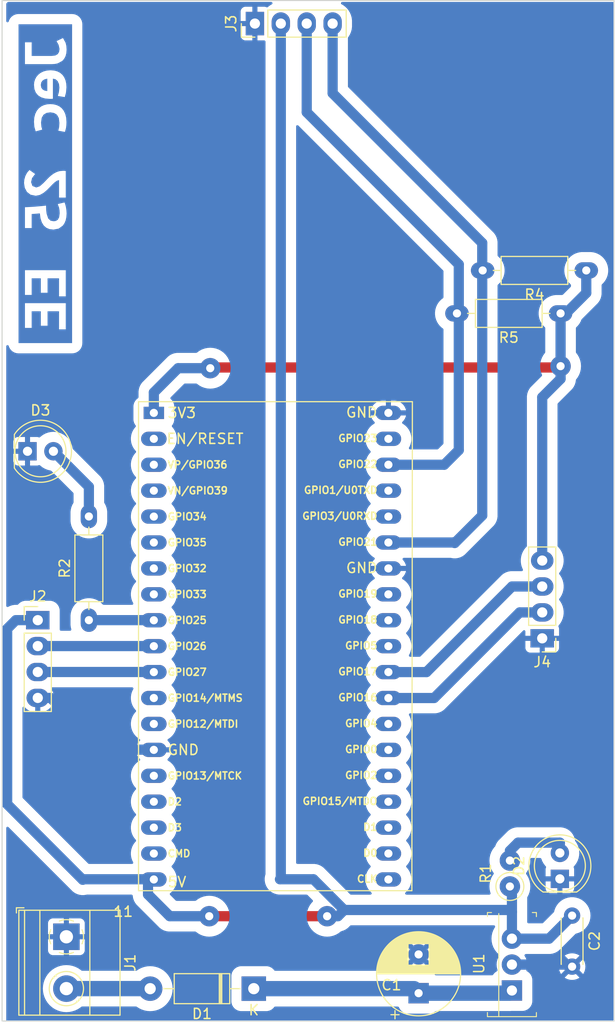
<source format=kicad_pcb>
(kicad_pcb (version 20240108) (generator "pcbnew") (generator_version "8.0")
  (layers (0 "F.Cu" signal) (31 "B.Cu" signal) (34 "B.Paste" user) (35 "F.Paste" user) (36 "B.SilkS" user "B.Silkscreen") (37 "F.SilkS" user "F.Silkscreen") (38 "B.Mask" user) (39 "F.Mask" user) (44 "Edge.Cuts" user))
  (net 0 "")
  (net 2 "GND")
  (net 3 "+3V3")
  (net 4 "+5V")
  (net 5 "SCL")
  (net 6 "RLY2")
  (net 7 "CLED")
  (net 8 "+12V")
  (net 9 "RLY1")
  (net 33 "SDA")
  (net 35 "Net-(D1-A)")
  (net 36 "Net-(D2-A)")
  (net 37 "Net-(D3-A)")
  (net 39 "RX2")
  (net 40 "TX2")
  (footprint "Resistor_THT:R_Axial_DIN0207_L6.3mm_D2.5mm_P10.16mm_Horizontal" (layer "F.Cu") (at 79.43 76.45 180)
    (property "Reference" "R5" (at 5.08 -2.37 180) (layer "F.SilkS"))
    (property "Value" "10k")
    (fp_line (start 9.12 0) (end 8.35 0) (stroke (width 0.12)) (layer "F.SilkS"))
    (fp_line (start 8.35 1.37) (end 8.35 -1.37) (stroke (width 0.12)) (layer "F.SilkS"))
    (fp_line (start 8.35 -1.37) (end 1.81 -1.37) (stroke (width 0.12)) (layer "F.SilkS"))
    (fp_line (start 1.81 1.37) (end 8.35 1.37) (stroke (width 0.12)) (layer "F.SilkS"))
    (fp_line (start 1.81 -1.37) (end 1.81 1.37) (stroke (width 0.12)) (layer "F.SilkS"))
    (fp_line (start 1.04 0) (end 1.81 0) (stroke (width 0.12)) (layer "F.SilkS"))
    (pad "1" thru_hole oval (at 0 0 180) (size 2.3 1.6) (drill 0.8) (layers "*.Cu" "*.Mask") (net 3 "+3V3"))
    (pad "2" thru_hole oval (at 10.16 0 180) (size 2.3 1.6) (drill 0.8) (layers "*.Cu" "*.Mask") (net 5 "SCL"))
  )
  (footprint "Resistor_THT:R_Axial_DIN0207_L6.3mm_D2.5mm_P2.54mm_Vertical" (layer "F.Cu") (at 74.459999 132.604999 90)
    (property "Reference" "R1" (at 1.270001 -2.37 90) (layer "F.SilkS"))
    (property "Value" "1k")
    (fp_line (start 1.37 0) (end 1.44 0) (stroke (width 0.12)) (layer "F.SilkS"))
    (fp_circle (center 0 0) (end 1.37 0) (stroke (width 0.12)) (fill none) (layer "F.SilkS"))
    (pad "1" thru_hole circle (at 0 0 90) (size 2 2) (drill 0.8) (layers "*.Cu" "*.Mask") (net 4 "+5V"))
    (pad "2" thru_hole oval (at 2.54 0 90) (size 2 2) (drill 0.8) (layers "*.Cu" "*.Mask") (net 36 "Net-(D2-A)"))
  )
  (footprint "Capacitor_THT:C_Disc_D4.3mm_W1.9mm_P5.00mm" (layer "F.Cu") (at 80.56 135.46 -90)
    (property "Reference" "C2" (at 2.5 -2.2 90) (layer "F.SilkS"))
    (property "Value" "100n")
    (fp_line (start 0.23 1.07) (end 4.77 1.07) (stroke (width 0.12)) (layer "F.SilkS"))
    (fp_line (start 0.23 1.055) (end 0.23 1.07) (stroke (width 0.12)) (layer "F.SilkS"))
    (fp_line (start 4.77 1.055) (end 4.77 1.07) (stroke (width 0.12)) (layer "F.SilkS"))
    (fp_line (start 0.23 -1.07) (end 0.23 -1.055) (stroke (width 0.12)) (layer "F.SilkS"))
    (fp_line (start 0.23 -1.07) (end 4.77 -1.07) (stroke (width 0.12)) (layer "F.SilkS"))
    (fp_line (start 4.77 -1.07) (end 4.77 -1.055) (stroke (width 0.12)) (layer "F.SilkS"))
    (pad "1" thru_hole circle (at 0 0 270) (size 1.6 1.6) (drill 0.8) (layers "*.Cu" "*.Mask") (net 4 "+5V"))
    (pad "2" thru_hole circle (at 5 0 270) (size 1.6 1.6) (drill 0.8) (layers "*.Cu" "*.Mask") (net 2 "GND"))
  )
  (footprint "Espressif:ESP32-Nodemcu-india" (layer "F.Cu") (at 36.549999 135.57)
    (property "Reference" "11" (at 0 -0.5 0) (layer "F.SilkS"))
    (property "Value" "ESP32-DevKitC")
    (fp_line (start 1.500001 -2.55) (end 28.3 -2.55) (stroke (width 0.12)) (layer "F.SilkS"))
    (fp_line (start 1.500002 -50.47) (end 1.500001 -2.55) (stroke (width 0.12)) (layer "F.SilkS"))
    (fp_line (start 28.3 -2.55) (end 28.35 -50.47) (stroke (width 0.12)) (layer "F.SilkS"))
    (fp_line (start 28.35 -50.47) (end 1.500002 -50.47) (stroke (width 0.12)) (layer "F.SilkS"))
    (fp_text user "GPIO2" (at 25 -13.86 0) (layer "F.SilkS") (effects (font (size 0.7 0.7)) (justify right)))
    (fp_text user "VN/GPIO39" (at 4.270001 -41.75 0) (layer "F.SilkS") (effects (font (size 0.7 0.7)) (justify left)))
    (fp_text user "GPIO14/MTMS" (at 4.270001 -21.43 0) (layer "F.SilkS") (effects (font (size 0.7 0.7)) (justify left)))
    (fp_text user "GPIO35" (at 4.270001 -36.67 0) (layer "F.SilkS") (effects (font (size 0.7 0.7)) (justify left)))
    (fp_text user "GPIO19" (at 25 -31.64 0) (layer "F.SilkS") (effects (font (size 0.7 0.7)) (justify right)))
    (fp_text user "VP/GPIO36" (at 4.270001 -44.29 0) (layer "F.SilkS") (effects (font (size 0.7 0.7)) (justify left)))
    (fp_text user "GPIO26" (at 4.270001 -26.51 0) (layer "F.SilkS") (effects (font (size 0.7 0.7)) (justify left)))
    (fp_text user "GPIO13/MTCK" (at 4.270001 -13.81 0) (layer "F.SilkS") (effects (font (size 0.7 0.7)) (justify left)))
    (fp_text user "D1" (at 25 -8.78 0) (layer "F.SilkS") (effects (font (size 0.7 0.7)) (justify right)))
    (fp_text user "GPIO5" (at 25 -26.56 0) (layer "F.SilkS") (effects (font (size 0.7 0.7)) (justify right)))
    (fp_text user "3V3" (at 4.270001 -49.37 0) (layer "F.SilkS") (effects (justify left)))
    (fp_text user "GPIO25" (at 4.270001 -29.05 0) (layer "F.SilkS") (effects (font (size 0.7 0.7)) (justify left)))
    (fp_text user "GPIO32" (at 4.270001 -34.13 0) (layer "F.SilkS") (effects (font (size 0.7 0.7)) (justify left)))
    (fp_text user "GPIO34" (at 4.270001 -39.21 0) (layer "F.SilkS") (effects (font (size 0.7 0.7)) (justify left)))
    (fp_text user "CMD" (at 4.270001 -6.19 0) (layer "F.SilkS") (effects (font (size 0.7 0.7)) (justify left)))
    (fp_text user "GPIO15/MTDO" (at 25 -11.32 0) (layer "F.SilkS") (effects (font (size 0.7 0.7)) (justify right)))
    (fp_text user "GPIO4" (at 25 -18.94 0) (layer "F.SilkS") (effects (font (size 0.7 0.7)) (justify right)))
    (fp_text user "D3" (at 4.270001 -8.73 0) (layer "F.SilkS") (effects (font (size 0.7 0.7)) (justify left)))
    (fp_text user "CLK" (at 25 -3.7 0) (layer "F.SilkS") (effects (font (size 0.7 0.7)) (justify right)))
    (fp_text user "GPIO18" (at 25 -29.1 0) (layer "F.SilkS") (effects (font (size 0.7 0.7)) (justify right)))
    (fp_text user "5V" (at 4.266321 -3.39872 0) (layer "F.SilkS") (effects (justify left)))
    (fp_text user "GPIO12/MTDI" (at 4.270001 -18.89 0) (layer "F.SilkS") (effects (font (size 0.7 0.7)) (justify left)))
    (fp_text user "GPIO17" (at 25 -24.02 0) (layer "F.SilkS") (effects (font (size 0.7 0.7)) (justify right)))
    (fp_text user "GPIO0" (at 25 -16.4 0) (layer "F.SilkS") (effects (font (size 0.7 0.7)) (justify right)))
    (fp_text user "GPIO1/U0TXD" (at 25 -41.8 0) (layer "F.SilkS") (effects (font (size 0.7 0.7)) (justify right)))
    (fp_text user "GPIO23" (at 25 -46.88 0) (layer "F.SilkS") (effects (font (size 0.7 0.7)) (justify right)))
    (fp_text user "D2" (at 4.270001 -11.27 0) (layer "F.SilkS") (effects (font (size 0.7 0.7)) (justify left)))
    (fp_text user "GND" (at 4.270001 -16.35 0) (layer "F.SilkS") (effects (justify left)))
    (fp_text user "GND" (at 25 -49.42 0) (layer "F.SilkS") (effects (justify right)))
    (fp_text user "GPIO3/U0RXD" (at 25 -39.26 0) (layer "F.SilkS") (effects (font (size 0.7 0.7)) (justify right)))
    (fp_text user "EN/RESET" (at 11.886321 -46.83272 0) (layer "F.SilkS") (effects (justify right)))
    (fp_text user "D0" (at 25 -6.24 0) (layer "F.SilkS") (effects (font (size 0.7 0.7)) (justify right)))
    (fp_text user "GPIO16" (at 25 -21.48 0) (layer "F.SilkS") (effects (font (size 0.7 0.7)) (justify right)))
    (fp_text user "GPIO21" (at 25 -36.72 0) (layer "F.SilkS") (effects (font (size 0.7 0.7)) (justify right)))
    (fp_text user "GPIO22" (at 25 -44.34 0) (layer "F.SilkS") (effects (font (size 0.7 0.7)) (justify right)))
    (fp_text user "GPIO27" (at 4.270001 -23.97 0) (layer "F.SilkS") (effects (font (size 0.7 0.7)) (justify left)))
    (fp_text user "GND" (at 25 -34.18 0) (layer "F.SilkS") (effects (justify right)))
    (fp_text user "GPIO33" (at 4.270001 -31.59 0) (layer "F.SilkS") (effects (font (size 0.7 0.7)) (justify left)))
    (pad "1" thru_hole rect (at 3.000001 -49.37 270) (size 1.2 2) (drill 0.8) (layers "*.Cu" "*.Mask") (net 3 "+3V3"))
    (pad "2" thru_hole oval (at 3.000001 -46.83 270) (size 1.4 2.5) (drill 0.8) (layers "*.Cu" "*.Mask"))
    (pad "3" thru_hole oval (at 3.000001 -44.29 270) (size 1.4 2.5) (drill 0.8) (layers "*.Cu" "*.Mask"))
    (pad "4" thru_hole oval (at 3.000001 -41.75 270) (size 1.4 2.5) (drill 0.8) (layers "*.Cu" "*.Mask"))
    (pad "5" thru_hole oval (at 3.000001 -39.21 270) (size 1.4 2.5) (drill 0.8) (layers "*.Cu" "*.Mask"))
    (pad "6" thru_hole oval (at 3.000001 -36.67 270) (size 1.4 2.5) (drill 0.8) (layers "*.Cu" "*.Mask"))
    (pad "7" thru_hole oval (at 3.000001 -34.13 270) (size 1.4 2.5) (drill 0.8) (layers "*.Cu" "*.Mask"))
    (pad "8" thru_hole oval (at 3.000001 -31.59 270) (size 1.4 2.5) (drill 0.8) (layers "*.Cu" "*.Mask"))
    (pad "9" thru_hole oval (at 3.000001 -29.05 270) (size 1.4 2.5) (drill 0.8) (layers "*.Cu" "*.Mask") (net 7 "CLED"))
    (pad "10" thru_hole oval (at 3.000001 -26.51 270) (size 1.4 2.5) (drill 0.8) (layers "*.Cu" "*.Mask") (net 9 "RLY1"))
    (pad "11" thru_hole oval (at 3.000001 -23.97 270) (size 1.4 2.5) (drill 0.8) (layers "*.Cu" "*.Mask") (net 6 "RLY2"))
    (pad "12" thru_hole oval (at 3.000001 -21.43 270) (size 1.4 2.5) (drill 0.8) (layers "*.Cu" "*.Mask"))
    (pad "13" thru_hole oval (at 3.000001 -18.89 270) (size 1.4 2.5) (drill 0.8) (layers "*.Cu" "*.Mask"))
    (pad "14" thru_hole oval (at 3.000001 -16.35 270) (size 1.4 2.5) (drill 0.8) (layers "*.Cu" "*.Mask") (net 2 "GND"))
    (pad "15" thru_hole oval (at 3.000001 -13.81 270) (size 1.4 2.5) (drill 0.8) (layers "*.Cu" "*.Mask"))
    (pad "16" thru_hole oval (at 3.000001 -11.27 270) (size 1.4 2.5) (drill 0.8) (layers "*.Cu" "*.Mask"))
    (pad "17" thru_hole oval (at 3.000001 -8.73 270) (size 1.4 2.5) (drill 0.8) (layers "*.Cu" "*.Mask"))
    (pad "18" thru_hole oval (at 3.000001 -6.19 270) (size 1.4 2.5) (drill 0.8) (layers "*.Cu" "*.Mask"))
    (pad "19" thru_hole oval (at 3.000001 -3.65 270) (size 1.4 2.5) (drill 0.8) (layers "*.Cu" "*.Mask") (net 4 "+5V"))
    (pad "20" thru_hole oval (at 26.00001 -3.65272 270) (size 1.4 2.5) (drill 0.8) (layers "*.Cu" "*.Mask"))
    (pad "21" thru_hole oval (at 26.00001 -6.19272 270) (size 1.4 2.5) (drill 0.8) (layers "*.Cu" "*.Mask"))
    (pad "22" thru_hole oval (at 26.00001 -8.73 270) (size 1.4 2.5) (drill 0.8) (layers "*.Cu" "*.Mask"))
    (pad "23" thru_hole oval (at 26.00001 -11.27 270) (size 1.4 2.5) (drill 0.8) (layers "*.Cu" "*.Mask"))
    (pad "24" thru_hole oval (at 26.00001 -13.81 270) (size 1.4 2.5) (drill 0.8) (layers "*.Cu" "*.Mask"))
    (pad "25" thru_hole oval (at 26.00001 -16.35 270) (size 1.4 2.5) (drill 0.8) (layers "*.Cu" "*.Mask"))
    (pad "26" thru_hole oval (at 26.00001 -18.89 270) (size 1.4 2.5) (drill 0.8) (layers "*.Cu" "*.Mask"))
    (pad "27" thru_hole oval (at 26.00001 -21.43 270) (size 1.4 2.5) (drill 0.8) (layers "*.Cu" "*.Mask") (net 39 "RX2"))
    (pad "28" thru_hole oval (at 26.00001 -23.97 270) (size 1.4 2.5) (drill 0.8) (layers "*.Cu" "*.Mask") (net 40 "TX2"))
    (pad "29" thru_hole oval (at 26.00001 -26.51 270) (size 1.4 2.5) (drill 0.8) (layers "*.Cu" "*.Mask"))
    (pad "30" thru_hole oval (at 26.00001 -29.05 270) (size 1.4 2.5) (drill 0.8) (layers "*.Cu" "*.Mask"))
    (pad "31" thru_hole oval (at 26.00001 -31.59 270) (size 1.4 2.5) (drill 0.8) (layers "*.Cu" "*.Mask"))
    (pad "32" thru_hole oval (at 26.00001 -34.13 270) (size 1.4 2.5) (drill 0.8) (layers "*.Cu" "*.Mask") (net 2 "GND"))
    (pad "33" thru_hole oval (at 26.00001 -36.67 270) (size 1.4 2.5) (drill 0.8) (layers "*.Cu" "*.Mask") (net 33 "SDA"))
    (pad "34" thru_hole oval (at 26.00001 -39.21 270) (size 1.4 2.5) (drill 0.8) (layers "*.Cu" "*.Mask"))
    (pad "35" thru_hole oval (at 26.00001 -41.75 270) (size 1.4 2.5) (drill 0.8) (layers "*.Cu" "*.Mask"))
    (pad "36" thru_hole oval (at 26.00001 -44.29 270) (size 1.4 2.5) (drill 0.8) (layers "*.Cu" "*.Mask") (net 5 "SCL"))
    (pad "37" thru_hole oval (at 26.00001 -46.83 270) (size 1.4 2.5) (drill 0.8) (layers "*.Cu" "*.Mask"))
    (pad "38" thru_hole oval (at 26.00001 -49.37 270) (size 1.4 2.5) (drill 0.8) (layers "*.Cu" "*.Mask") (net 2 "GND"))
  )
  (footprint "Capacitor_THT:CP_Radial_D8.0mm_P3.80mm" (layer "F.Cu") (at 65.51 143.062651 90)
    (property "Reference" "C1" (at 0.792651 -2.66 0) (layer "F.SilkS"))
    (property "Value" "100uf/50V")
    (fp_line (start 1.98 -4.08) (end 1.98 4.08) (stroke (width 0.12)) (layer "F.SilkS"))
    (fp_line (start 1.94 -4.08) (end 1.94 4.08) (stroke (width 0.12)) (layer "F.SilkS"))
    (fp_line (start 1.9 -4.08) (end 1.9 4.08) (stroke (width 0.12)) (layer "F.SilkS"))
    (fp_line (start 2.02 -4.079) (end 2.02 4.079) (stroke (width 0.12)) (layer "F.SilkS"))
    (fp_line (start 2.06 -4.077) (end 2.06 4.077) (stroke (width 0.12)) (layer "F.SilkS"))
    (fp_line (start 2.1 -4.076) (end 2.1 4.076) (stroke (width 0.12)) (layer "F.SilkS"))
    (fp_line (start 2.14 -4.074001) (end 2.14 4.074001) (stroke (width 0.12)) (layer "F.SilkS"))
    (fp_line (start 2.18 -4.071) (end 2.18 4.071) (stroke (width 0.12)) (layer "F.SilkS"))
    (fp_line (start 2.22 -4.067999) (end 2.22 4.067999) (stroke (width 0.12)) (layer "F.SilkS"))
    (fp_line (start 2.26 -4.065) (end 2.26 4.065) (stroke (width 0.12)) (layer "F.SilkS"))
    (fp_line (start 2.3 -4.061) (end 2.3 4.061) (stroke (width 0.12)) (layer "F.SilkS"))
    (fp_line (start 2.34 -4.057) (end 2.34 4.057) (stroke (width 0.12)) (layer "F.SilkS"))
    (fp_line (start 2.38 -4.052) (end 2.38 4.052) (stroke (width 0.12)) (layer "F.SilkS"))
    (fp_line (start 2.42 -4.048) (end 2.42 4.048) (stroke (width 0.12)) (layer "F.SilkS"))
    (fp_line (start 2.46 -4.042) (end 2.46 4.042) (stroke (width 0.12)) (layer "F.SilkS"))
    (fp_line (start 2.5 -4.037) (end 2.5 4.037) (stroke (width 0.12)) (layer "F.SilkS"))
    (fp_line (start 2.54 -4.03) (end 2.54 4.03) (stroke (width 0.12)) (layer "F.SilkS"))
    (fp_line (start 2.58 -4.024) (end 2.58 4.024) (stroke (width 0.12)) (layer "F.SilkS"))
    (fp_line (start 2.621 -4.017) (end 2.621 4.017) (stroke (width 0.12)) (layer "F.SilkS"))
    (fp_line (start 2.661 -4.01) (end 2.661 4.01) (stroke (width 0.12)) (layer "F.SilkS"))
    (fp_line (start 2.701 -4.002) (end 2.701 4.002) (stroke (width 0.12)) (layer "F.SilkS"))
    (fp_line (start 2.741 -3.994) (end 2.741 3.994) (stroke (width 0.12)) (layer "F.SilkS"))
    (fp_line (start 2.780999 -3.985) (end 2.781 -1.04) (stroke (width 0.12)) (layer "F.SilkS"))
    (fp_line (start 2.821 -3.976) (end 2.821 -1.04) (stroke (width 0.12)) (layer "F.SilkS"))
    (fp_line (start 2.861 -3.967) (end 2.861 -1.040001) (stroke (width 0.12)) (layer "F.SilkS"))
    (fp_line (start 2.901 -3.957) (end 2.901 -1.04) (stroke (width 0.12)) (layer "F.SilkS"))
    (fp_line (start 2.941001 -3.947) (end 2.941 -1.04) (stroke (width 0.12)) (layer "F.SilkS"))
    (fp_line (start 2.981 -3.936) (end 2.981 -1.04) (stroke (width 0.12)) (layer "F.SilkS"))
    (fp_line (start 3.021 -3.925001) (end 3.021001 -1.04) (stroke (width 0.12)) (layer "F.SilkS"))
    (fp_line (start 3.061 -3.914) (end 3.061 -1.04) (stroke (width 0.12)) (layer "F.SilkS"))
    (fp_line (start 3.101 -3.902) (end 3.101 -1.04) (stroke (width 0.12)) (layer "F.SilkS"))
    (fp_line (start 3.141 -3.889) (end 3.140999 -1.04) (stroke (width 0.12)) (layer "F.SilkS"))
    (fp_line (start 3.181 -3.877) (end 3.181 -1.04) (stroke (width 0.12)) (layer "F.SilkS"))
    (fp_line (start 3.220999 -3.863) (end 3.221 -1.04) (stroke (width 0.12)) (layer "F.SilkS"))
    (fp_line (start 3.261 -3.85) (end 3.261 -1.04) (stroke (width 0.12)) (layer "F.SilkS"))
    (fp_line (start 3.301 -3.835) (end 3.301 -1.040001) (stroke (width 0.12)) (layer "F.SilkS"))
    (fp_line (start 3.341 -3.821) (end 3.341 -1.04) (stroke (width 0.12)) (layer "F.SilkS"))
    (fp_line (start 3.381 -3.805) (end 3.381 -1.04) (stroke (width 0.12)) (layer "F.SilkS"))
    (fp_line (start 3.421 -3.79) (end 3.421 -1.04) (stroke (width 0.12)) (layer "F.SilkS"))
    (fp_line (start 3.461001 -3.774) (end 3.461001 -1.04) (stroke (width 0.12)) (layer "F.SilkS"))
    (fp_line (start 3.501 -3.757) (end 3.501 -1.04) (stroke (width 0.12)) (layer "F.SilkS"))
    (fp_line (start 3.541 -3.739999) (end 3.541 -1.04) (stroke (width 0.12)) (layer "F.SilkS"))
    (fp_line (start 3.581 -3.722) (end 3.580999 -1.04) (stroke (width 0.12)) (layer "F.SilkS"))
    (fp_line (start 3.621 -3.704) (end 3.621 -1.04) (stroke (width 0.12)) (layer "F.SilkS"))
    (fp_line (start 3.661 -3.686001) (end 3.661 -1.04) (stroke (width 0.12)) (layer "F.SilkS"))
    (fp_line (start 3.701 -3.666) (end 3.701 -1.04) (stroke (width 0.12)) (layer "F.SilkS"))
    (fp_line (start 3.741 -3.647) (end 3.741 -1.040001) (stroke (width 0.12)) (layer "F.SilkS"))
    (fp_line (start 3.781 -3.627) (end 3.781 -1.04) (stroke (width 0.12)) (layer "F.SilkS"))
    (fp_line (start 3.821 -3.606) (end 3.821 -1.04) (stroke (width 0.12)) (layer "F.SilkS"))
    (fp_line (start 3.861 -3.584) (end 3.861 -1.04) (stroke (width 0.12)) (layer "F.SilkS"))
    (fp_line (start 3.901 -3.562) (end 3.901001 -1.04) (stroke (width 0.12)) (layer "F.SilkS"))
    (fp_line (start 3.941 -3.54) (end 3.941 -1.04) (stroke (width 0.12)) (layer "F.SilkS"))
    (fp_line (start 3.981001 -3.517) (end 3.981 -1.04) (stroke (width 0.12)) (layer "F.SilkS"))
    (fp_line (start 4.020999 -3.493) (end 4.020999 -1.04) (stroke (width 0.12)) (layer "F.SilkS"))
    (fp_line (start 4.061 -3.469) (end 4.061001 -1.04) (stroke (width 0.12)) (layer "F.SilkS"))
    (fp_line (start 4.101 -3.444) (end 4.101 -1.04) (stroke (width 0.12)) (layer "F.SilkS"))
    (fp_line (start 4.141 -3.418) (end 4.141 -1.04) (stroke (width 0.12)) (layer "F.SilkS"))
    (fp_line (start 4.181 -3.392) (end 4.181 -1.040001) (stroke (width 0.12)) (layer "F.SilkS"))
    (fp_line (start 4.221 -3.365) (end 4.221 -1.04) (stroke (width 0.12)) (layer "F.SilkS"))
    (fp_line (start 4.261 -3.337999) (end 4.261 -1.04) (stroke (width 0.12)) (layer "F.SilkS"))
    (fp_line (start 4.301 -3.309) (end 4.301 -1.04) (stroke (width 0.12)) (layer "F.SilkS"))
    (fp_line (start 4.341 -3.28) (end 4.341 -1.040001) (stroke (width 0.12)) (layer "F.SilkS"))
    (fp_line (start 4.381 -3.25) (end 4.381 -1.04) (stroke (width 0.12)) (layer "F.SilkS"))
    (fp_line (start 4.421 -3.22) (end 4.421 -1.04) (stroke (width 0.12)) (layer "F.SilkS"))
    (fp_line (start 4.461 -3.189) (end 4.461 -1.04) (stroke (width 0.12)) (layer "F.SilkS"))
    (fp_line (start 4.501001 -3.156) (end 4.501001 -1.04) (stroke (width 0.12)) (layer "F.SilkS"))
    (fp_line (start 4.540999 -3.124) (end 4.541 -1.04) (stroke (width 0.12)) (layer "F.SilkS"))
    (fp_line (start 4.581 -3.09) (end 4.581 -1.04) (stroke (width 0.12)) (layer "F.SilkS"))
    (fp_line (start 4.621 -3.055) (end 4.620999 -1.04) (stroke (width 0.12)) (layer "F.SilkS"))
    (fp_line (start 4.661 -3.019) (end 4.661 -1.04) (stroke (width 0.12)) (layer "F.SilkS"))
    (fp_line (start 4.701 -2.983001) (end 4.701 -1.04) (stroke (width 0.12)) (layer "F.SilkS"))
    (fp_line (start 4.741 -2.945) (end 4.741 -1.04) (stroke (width 0.12)) (layer "F.SilkS"))
    (fp_line (start 4.781 -2.907) (end 4.781 -1.040001) (stroke (width 0.12)) (layer "F.SilkS"))
    (fp_line (start 4.821 -2.867) (end 4.821 -1.04) (stroke (width 0.12)) (layer "F.SilkS"))
    (fp_line (start 4.861 -2.826) (end 4.861 2.826) (stroke (width 0.12)) (layer "F.SilkS"))
    (fp_line (start 4.901 -2.784) (end 4.901 2.784) (stroke (width 0.12)) (layer "F.SilkS"))
    (fp_line (start 4.941 -2.741) (end 4.941 2.741) (stroke (width 0.12)) (layer "F.SilkS"))
    (fp_line (start -2.109698 -2.715) (end -2.109698 -1.915) (stroke (width 0.12)) (layer "F.SilkS"))
    (fp_line (start 4.981 -2.697) (end 4.981 2.697) (stroke (width 0.12)) (layer "F.SilkS"))
    (fp_line (start 5.021 -2.651) (end 5.021 2.651) (stroke (width 0.12)) (layer "F.SilkS"))
    (fp_line (start 5.060999 -2.604) (end 5.060999 2.604) (stroke (width 0.12)) (layer "F.SilkS"))
    (fp_line (start 5.101 -2.556) (end 5.101 2.556) (stroke (width 0.12)) (layer "F.SilkS"))
    (fp_line (start 5.140999 -2.505) (end 5.140999 2.505) (stroke (width 0.12)) (layer "F.SilkS"))
    (fp_line (start 5.181 -2.454) (end 5.181 2.454) (stroke (width 0.12)) (layer "F.SilkS"))
    (fp_line (start 5.221 -2.4) (end 5.221 2.4) (stroke (width 0.12)) (layer "F.SilkS"))
    (fp_line (start 5.261 -2.345) (end 5.261 2.345) (stroke (width 0.12)) (layer "F.SilkS"))
    (fp_line (start -2.509698 -2.315) (end -1.709698 -2.315) (stroke (width 0.12)) (layer "F.SilkS"))
    (fp_line (start 5.301 -2.287) (end 5.301 2.287) (stroke (width 0.12)) (layer "F.SilkS"))
    (fp_line (start 5.341 -2.228) (end 5.341 2.228) (stroke (width 0.12)) (layer "F.SilkS"))
    (fp_line (start 5.381 -2.166) (end 5.381 2.166) (stroke (width 0.12)) (layer "F.SilkS"))
    (fp_line (start 5.420999 -2.102) (end 5.420999 2.102) (stroke (width 0.12)) (layer "F.SilkS"))
    (fp_line (start 5.461 -2.034) (end 5.461 2.034) (stroke (width 0.12)) (layer "F.SilkS"))
    (fp_line (start 5.501 -1.964) (end 5.501 1.964) (stroke (width 0.12)) (layer "F.SilkS"))
    (fp_line (start 5.541 -1.89) (end 5.541 1.89) (stroke (width 0.12)) (layer "F.SilkS"))
    (fp_line (start 5.581 -1.813001) (end 5.581 1.813001) (stroke (width 0.12)) (layer "F.SilkS"))
    (fp_line (start 5.621 -1.731) (end 5.621 1.731) (stroke (width 0.12)) (layer "F.SilkS"))
    (fp_line (start 5.661 -1.645) (end 5.661 1.645) (stroke (width 0.12)) (layer "F.SilkS"))
    (fp_line (start 5.701 -1.552) (end 5.701 1.552) (stroke (width 0.12)) (layer "F.SilkS"))
    (fp_line (start 5.741 -1.453) (end 5.741 1.453) (stroke (width 0.12)) (layer "F.SilkS"))
    (fp_line (start 5.781 -1.346) (end 5.781 1.346) (stroke (width 0.12)) (layer "F.SilkS"))
    (fp_line (start 5.821 -1.229) (end 5.821 1.229) (stroke (width 0.12)) (layer "F.SilkS"))
    (fp_line (start 5.861 -1.098) (end 5.861 1.098) (stroke (width 0.12)) (layer "F.SilkS"))
    (fp_line (start 5.901 -0.948) (end 5.901 0.948) (stroke (width 0.12)) (layer "F.SilkS"))
    (fp_line (start 5.940999 -0.768) (end 5.940999 0.768) (stroke (width 0.12)) (layer "F.SilkS"))
    (fp_line (start 5.981 -0.533) (end 5.981 0.533) (stroke (width 0.12)) (layer "F.SilkS"))
    (fp_line (start 4.821 1.04) (end 4.821 2.867) (stroke (width 0.12)) (layer "F.SilkS"))
    (fp_line (start 4.741 1.04) (end 4.741 2.945) (stroke (width 0.12)) (layer "F.SilkS"))
    (fp_line (start 4.701 1.04) (end 4.701 2.983001) (stroke (width 0.12)) (layer "F.SilkS"))
    (fp_line (start 4.661 1.04) (end 4.661 3.019) (stroke (width 0.12)) (layer "F.SilkS"))
    (fp_line (start 4.620999 1.04) (end 4.621 3.055) (stroke (width 0.12)) (layer "F.SilkS"))
    (fp_line (start 4.581 1.04) (end 4.581 3.09) (stroke (width 0.12)) (layer "F.SilkS"))
    (fp_line (start 4.541 1.04) (end 4.540999 3.124) (stroke (width 0.12)) (layer "F.SilkS"))
    (fp_line (start 4.501001 1.04) (end 4.501001 3.156) (stroke (width 0.12)) (layer "F.SilkS"))
    (fp_line (start 4.461 1.04) (end 4.461 3.189) (stroke (width 0.12)) (layer "F.SilkS"))
    (fp_line (start 4.421 1.04) (end 4.421 3.22) (stroke (width 0.12)) (layer "F.SilkS"))
    (fp_line (start 4.381 1.04) (end 4.381 3.25) (stroke (width 0.12)) (layer "F.SilkS"))
    (fp_line (start 4.301 1.04) (end 4.301 3.309) (stroke (width 0.12)) (layer "F.SilkS"))
    (fp_line (start 4.261 1.04) (end 4.261 3.337999) (stroke (width 0.12)) (layer "F.SilkS"))
    (fp_line (start 4.221 1.04) (end 4.221 3.365) (stroke (width 0.12)) (layer "F.SilkS"))
    (fp_line (start 4.141 1.04) (end 4.141 3.418) (stroke (width 0.12)) (layer "F.SilkS"))
    (fp_line (start 4.101 1.04) (end 4.101 3.444) (stroke (width 0.12)) (layer "F.SilkS"))
    (fp_line (start 4.061001 1.04) (end 4.061 3.469) (stroke (width 0.12)) (layer "F.SilkS"))
    (fp_line (start 4.020999 1.04) (end 4.020999 3.493) (stroke (width 0.12)) (layer "F.SilkS"))
    (fp_line (start 3.981 1.04) (end 3.981001 3.517) (stroke (width 0.12)) (layer "F.SilkS"))
    (fp_line (start 3.941 1.04) (end 3.941 3.54) (stroke (width 0.12)) (layer "F.SilkS"))
    (fp_line (start 3.901001 1.04) (end 3.901 3.562) (stroke (width 0.12)) (layer "F.SilkS"))
    (fp_line (start 3.861 1.04) (end 3.861 3.584) (stroke (width 0.12)) (layer "F.SilkS"))
    (fp_line (start 3.821 1.04) (end 3.821 3.606) (stroke (width 0.12)) (layer "F.SilkS"))
    (fp_line (start 3.781 1.04) (end 3.781 3.627) (stroke (width 0.12)) (layer "F.SilkS"))
    (fp_line (start 3.701 1.04) (end 3.701 3.666) (stroke (width 0.12)) (layer "F.SilkS"))
    (fp_line (start 3.661 1.04) (end 3.661 3.686001) (stroke (width 0.12)) (layer "F.SilkS"))
    (fp_line (start 3.621 1.04) (end 3.621 3.704) (stroke (width 0.12)) (layer "F.SilkS"))
    (fp_line (start 3.580999 1.04) (end 3.581 3.722) (stroke (width 0.12)) (layer "F.SilkS"))
    (fp_line (start 3.541 1.04) (end 3.541 3.739999) (stroke (width 0.12)) (layer "F.SilkS"))
    (fp_line (start 3.501 1.04) (end 3.501 3.757) (stroke (width 0.12)) (layer "F.SilkS"))
    (fp_line (start 3.461001 1.04) (end 3.461001 3.774) (stroke (width 0.12)) (layer "F.SilkS"))
    (fp_line (start 3.421 1.04) (end 3.421 3.79) (stroke (width 0.12)) (layer "F.SilkS"))
    (fp_line (start 3.381 1.04) (end 3.381 3.805) (stroke (width 0.12)) (layer "F.SilkS"))
    (fp_line (start 3.341 1.04) (end 3.341 3.821) (stroke (width 0.12)) (layer "F.SilkS"))
    (fp_line (start 3.261 1.04) (end 3.261 3.85) (stroke (width 0.12)) (layer "F.SilkS"))
    (fp_line (start 3.221 1.04) (end 3.220999 3.863) (stroke (width 0.12)) (layer "F.SilkS"))
    (fp_line (start 3.181 1.04) (end 3.181 3.877) (stroke (width 0.12)) (layer "F.SilkS"))
    (fp_line (start 3.140999 1.04) (end 3.141 3.889) (stroke (width 0.12)) (layer "F.SilkS"))
    (fp_line (start 3.101 1.04) (end 3.101 3.902) (stroke (width 0.12)) (layer "F.SilkS"))
    (fp_line (start 3.061 1.04) (end 3.061 3.914) (stroke (width 0.12)) (layer "F.SilkS"))
    (fp_line (start 3.021001 1.04) (end 3.021 3.925001) (stroke (width 0.12)) (layer "F.SilkS"))
    (fp_line (start 2.981 1.04) (end 2.981 3.936) (stroke (width 0.12)) (layer "F.SilkS"))
    (fp_line (start 2.941 1.04) (end 2.941001 3.947) (stroke (width 0.12)) (layer "F.SilkS"))
    (fp_line (start 2.901 1.04) (end 2.901 3.957) (stroke (width 0.12)) (layer "F.SilkS"))
    (fp_line (start 2.821 1.04) (end 2.821 3.976) (stroke (width 0.12)) (layer "F.SilkS"))
    (fp_line (start 2.781 1.04) (end 2.780999 3.985) (stroke (width 0.12)) (layer "F.SilkS"))
    (fp_line (start 4.781 1.040001) (end 4.781 2.907) (stroke (width 0.12)) (layer "F.SilkS"))
    (fp_line (start 4.341 1.040001) (end 4.341 3.28) (stroke (width 0.12)) (layer "F.SilkS"))
    (fp_line (start 4.181 1.040001) (end 4.181 3.392) (stroke (width 0.12)) (layer "F.SilkS"))
    (fp_line (start 3.741 1.040001) (end 3.741 3.647) (stroke (width 0.12)) (layer "F.SilkS"))
    (fp_line (start 3.301 1.040001) (end 3.301 3.835) (stroke (width 0.12)) (layer "F.SilkS"))
    (fp_line (start 2.861 1.040001) (end 2.861 3.967) (stroke (width 0.12)) (layer "F.SilkS"))
    (fp_circle (center 1.9 0) (end 6.02 0) (stroke (width 0.12)) (fill none) (layer "F.SilkS"))
    (pad "1" thru_hole rect (at 0 0 90) (size 2 2) (drill 0.8) (layers "*.Cu" "*.Mask") (net 8 "+12V"))
    (pad "2" thru_hole circle (at 3.8 0 90) (size 2 2) (drill 0.8) (layers "*.Cu" "*.Mask") (net 2 "GND"))
  )
  (footprint "Connector_PinHeader_2.54mm:PinHeader_1x04_P2.54mm_Vertical" (layer "F.Cu") (at 77.63 108.29 180)
    (property "Reference" "J4" (at 0 -2.33 0) (layer "F.SilkS"))
    (property "Value" "PZEM004T")
    (fp_line (start 1.33 1.270001) (end 1.33 8.95) (stroke (width 0.12)) (layer "F.SilkS"))
    (fp_line (start -1.33 8.95) (end 1.33 8.95) (stroke (width 0.12)) (layer "F.SilkS"))
    (fp_line (start -1.33 1.270001) (end 1.33 1.270001) (stroke (width 0.12)) (layer "F.SilkS"))
    (fp_line (start -1.33 1.270001) (end -1.33 8.95) (stroke (width 0.12)) (layer "F.SilkS"))
    (fp_line (start -1.33 0) (end -1.33 -1.33) (stroke (width 0.12)) (layer "F.SilkS"))
    (fp_line (start -1.33 -1.33) (end 0 -1.33) (stroke (width 0.12)) (layer "F.SilkS"))
    (pad "1" thru_hole rect (at 0 0 180) (size 2.3 1.8) (drill 1) (layers "*.Cu" "*.Mask") (net 2 "GND"))
    (pad "2" thru_hole oval (at 0 2.54 180) (size 2.2 1.8) (drill 1) (layers "*.Cu" "*.Mask") (net 39 "RX2"))
    (pad "3" thru_hole oval (at 0 5.079999 180) (size 2.2 1.8) (drill 1) (layers "*.Cu" "*.Mask") (net 40 "TX2"))
    (pad "4" thru_hole oval (at 0 7.62 180) (size 2.2 1.8) (drill 1) (layers "*.Cu" "*.Mask") (net 3 "+3V3"))
  )
  (footprint "Resistor_THT:R_Axial_DIN0207_L6.3mm_D2.5mm_P10.16mm_Horizontal" (layer "F.Cu") (at 81.95 72.24 180)
    (property "Reference" "R4" (at 5.08 -2.37 180) (layer "F.SilkS"))
    (property "Value" "10k")
    (fp_line (start 9.12 0) (end 8.35 0) (stroke (width 0.12)) (layer "F.SilkS"))
    (fp_line (start 8.35 1.37) (end 8.35 -1.37) (stroke (width 0.12)) (layer "F.SilkS"))
    (fp_line (start 8.35 -1.37) (end 1.81 -1.37) (stroke (width 0.12)) (layer "F.SilkS"))
    (fp_line (start 1.81 1.37) (end 8.35 1.37) (stroke (width 0.12)) (layer "F.SilkS"))
    (fp_line (start 1.81 -1.37) (end 1.81 1.37) (stroke (width 0.12)) (layer "F.SilkS"))
    (fp_line (start 1.04 0) (end 1.81 0) (stroke (width 0.12)) (layer "F.SilkS"))
    (pad "1" thru_hole oval (at 0 0 180) (size 2.3 1.6) (drill 0.8) (layers "*.Cu" "*.Mask") (net 3 "+3V3"))
    (pad "2" thru_hole oval (at 10.16 0 180) (size 2.3 1.6) (drill 0.8) (layers "*.Cu" "*.Mask") (net 33 "SDA"))
  )
  (footprint "Resistor_THT:R_Axial_DIN0207_L6.3mm_D2.5mm_P10.16mm_Horizontal" (layer "F.Cu") (at 33.18 106.51 90)
    (property "Reference" "R2" (at 5.08 -2.37 90) (layer "F.SilkS"))
    (property "Value" "220R")
    (fp_line (start 8.35 -1.37) (end 1.81 -1.37) (stroke (width 0.12)) (layer "F.SilkS"))
    (fp_line (start 1.81 -1.37) (end 1.81 1.37) (stroke (width 0.12)) (layer "F.SilkS"))
    (fp_line (start 9.12 0) (end 8.35 0) (stroke (width 0.12)) (layer "F.SilkS"))
    (fp_line (start 1.04 0) (end 1.81 0) (stroke (width 0.12)) (layer "F.SilkS"))
    (fp_line (start 8.35 1.37) (end 8.35 -1.37) (stroke (width 0.12)) (layer "F.SilkS"))
    (fp_line (start 1.81 1.37) (end 8.35 1.37) (stroke (width 0.12)) (layer "F.SilkS"))
    (pad "1" thru_hole oval (at 0 0 90) (size 2.3 1.6) (drill 0.8) (layers "*.Cu" "*.Mask") (net 7 "CLED"))
    (pad "2" thru_hole oval (at 10.16 0 90) (size 2.3 1.6) (drill 0.8) (layers "*.Cu" "*.Mask") (net 37 "Net-(D3-A)"))
  )
  (footprint "Connector_PinHeader_2.54mm:PinHeader_1x04_P2.54mm_Vertical" (layer "F.Cu") (at 28.17 106.51)
    (property "Reference" "J2" (at 0 -2.33 0) (layer "F.SilkS"))
    (property "Value" "RELAY")
    (fp_line (start -1.33 -1.33) (end 0 -1.33) (stroke (width 0.12)) (layer "F.SilkS"))
    (fp_line (start -1.33 0) (end -1.33 -1.33) (stroke (width 0.12)) (layer "F.SilkS"))
    (fp_line (start -1.33 1.270001) (end -1.33 8.95) (stroke (width 0.12)) (layer "F.SilkS"))
    (fp_line (start -1.33 1.270001) (end 1.33 1.270001) (stroke (width 0.12)) (layer "F.SilkS"))
    (fp_line (start -1.33 8.95) (end 1.33 8.95) (stroke (width 0.12)) (layer "F.SilkS"))
    (fp_line (start 1.33 1.270001) (end 1.33 8.95) (stroke (width 0.12)) (layer "F.SilkS"))
    (pad "1" thru_hole rect (at 0 0) (size 2.3 1.8) (drill 1) (layers "*.Cu" "*.Mask") (net 4 "+5V"))
    (pad "2" thru_hole oval (at 0 2.54) (size 2.2 1.8) (drill 1) (layers "*.Cu" "*.Mask") (net 9 "RLY1"))
    (pad "3" thru_hole oval (at 0 5.079999) (size 2.2 1.8) (drill 1) (layers "*.Cu" "*.Mask") (net 6 "RLY2"))
    (pad "4" thru_hole oval (at 0 7.62) (size 2.2 1.8) (drill 1) (layers "*.Cu" "*.Mask") (net 2 "GND"))
  )
  (footprint "Diode_THT:D_DO-41_SOD81_P10.16mm_Horizontal" (layer "F.Cu") (at 49.35 142.62 180)
    (property "Reference" "D1" (at 5.08 -2.47 0) (layer "F.SilkS"))
    (property "Value" "1N4007")
    (fp_line (start 8.82 0) (end 7.8 0) (stroke (width 0.12)) (layer "F.SilkS"))
    (fp_line (start 7.8 1.47) (end 7.8 -1.47) (stroke (width 0.12)) (layer "F.SilkS"))
    (fp_line (start 7.8 -1.47) (end 2.36 -1.47) (stroke (width 0.12)) (layer "F.SilkS"))
    (fp_line (start 3.38 -1.47) (end 3.38 1.47) (stroke (width 0.12)) (layer "F.SilkS"))
    (fp_line (start 3.26 -1.47) (end 3.26 1.47) (stroke (width 0.12)) (layer "F.SilkS"))
    (fp_line (start 3.14 -1.47) (end 3.14 1.47) (stroke (width 0.12)) (layer "F.SilkS"))
    (fp_line (start 2.36 1.47) (end 7.8 1.47) (stroke (width 0.12)) (layer "F.SilkS"))
    (fp_line (start 2.36 -1.47) (end 2.36 1.47) (stroke (width 0.12)) (layer "F.SilkS"))
    (fp_line (start 1.34 0) (end 2.36 0) (stroke (width 0.12)) (layer "F.SilkS"))
    (fp_text user "K" (at 0 -2.1 0) (layer "F.SilkS"))
    (pad "1" thru_hole rect (at 0 0 180) (size 2.4 2.4) (drill 1.1) (layers "*.Cu" "*.Mask") (net 8 "+12V"))
    (pad "2" thru_hole oval (at 10.16 0 180) (size 2.4 2.4) (drill 1.1) (layers "*.Cu" "*.Mask") (net 35 "Net-(D1-A)"))
  )
  (footprint "Connector_PinHeader_2.54mm:PinHeader_1x04_P2.54mm_Vertical" (layer "F.Cu") (at 49.46 48.05 90)
    (property "Reference" "J3" (at 0 -2.33 90) (layer "F.SilkS"))
    (property "Value" "OLED")
    (fp_line (start -1.33 -1.33) (end 0 -1.33) (stroke (width 0.12)) (layer "F.SilkS"))
    (fp_line (start -1.33 0) (end -1.33 -1.33) (stroke (width 0.12)) (layer "F.SilkS"))
    (fp_line (start 1.33 1.270001) (end 1.33 8.95) (stroke (width 0.12)) (layer "F.SilkS"))
    (fp_line (start -1.33 1.270001) (end 1.33 1.270001) (stroke (width 0.12)) (layer "F.SilkS"))
    (fp_line (start -1.33 1.270001) (end -1.33 8.95) (stroke (width 0.12)) (layer "F.SilkS"))
    (fp_line (start -1.33 8.95) (end 1.33 8.95) (stroke (width 0.12)) (layer "F.SilkS"))
    (pad "1" thru_hole rect (at 0 0 90) (size 2.3 1.8) (drill 1) (layers "*.Cu" "*.Mask") (net 2 "GND"))
    (pad "2" thru_hole oval (at 0 2.54 90) (size 2.2 1.8) (drill 1) (layers "*.Cu" "*.Mask") (net 4 "+5V"))
    (pad "3" thru_hole oval (at 0 5.079999 90) (size 2.2 1.8) (drill 1) (layers "*.Cu" "*.Mask") (net 5 "SCL"))
    (pad "4" thru_hole oval (at 0 7.62 90) (size 2.2 1.8) (drill 1) (layers "*.Cu" "*.Mask") (net 33 "SDA"))
  )
  (footprint "TerminalBlock_Phoenix:TerminalBlock_Phoenix_MKDS-1,5-2-5.08_1x02_P5.08mm_Horizontal" (layer "F.Cu") (at 30.975 137.535 -90)
    (property "Reference" "J1" (at 2.54 -6.26 90) (layer "F.SilkS"))
    (property "Value" "POWER_SOURCE")
    (fp_line (start -2.84 4.9) (end -2.34 4.9) (stroke (width 0.12)) (layer "F.SilkS"))
    (fp_line (start -2.6 4.66) (end 7.68 4.66) (stroke (width 0.12)) (layer "F.SilkS"))
    (fp_line (start -2.84 4.16) (end -2.84 4.9) (stroke (width 0.12)) (layer "F.SilkS"))
    (fp_line (start -2.6 4.1) (end 7.68 4.1) (stroke (width 0.12)) (layer "F.SilkS"))
    (fp_line (start -2.6 2.6) (end 7.68 2.6) (stroke (width 0.12)) (layer "F.SilkS"))
    (fp_line (start 4.046 1.239) (end 4.011 1.274) (stroke (width 0.12)) (layer "F.SilkS"))
    (fp_line (start 3.853 1.023) (end 3.806 1.069) (stroke (width 0.12)) (layer "F.SilkS"))
    (fp_line (start 6.355 -1.069) (end 6.308 -1.023) (stroke (width 0.12)) (layer "F.SilkS"))
    (fp_line (start 6.15 -1.275) (end 6.115 -1.239) (stroke (width 0.12)) (layer "F.SilkS"))
    (fp_line (start -2.6 -2.301) (end 7.68 -2.301) (stroke (width 0.12)) (layer "F.SilkS"))
    (fp_line (start -2.6 -5.261) (end -2.6 4.66) (stroke (width 0.12)) (layer "F.SilkS"))
    (fp_line (start -2.6 -5.261) (end 7.68 -5.261) (stroke (width 0.12)) (layer "F.SilkS"))
    (fp_line (start 7.68 -5.261) (end 7.68 4.66) (stroke (width 0.12)) (layer "F.SilkS"))
    (fp_arc (start 0.028805 1.680253) (mid -0.335551 1.646659) (end -0.684 1.535) (stroke (width 0.12)) (layer "F.SilkS"))
    (fp_arc (start 0.683318 1.534756) (mid 0.349292 1.643288) (end 0 1.68) (stroke (width 0.12)) (layer "F.SilkS"))
    (fp_arc (start -1.535427 0.683042) (mid -1.680501 -0.000524) (end -1.535 -0.684) (stroke (width 0.12)) (layer "F.SilkS"))
    (fp_arc (start 1.535427 -0.683042) (mid 1.680501 0.000524) (end 1.535 0.684) (stroke (width 0.12)) (layer "F.SilkS"))
    (fp_arc (start -0.683042 -1.535427) (mid 0.000524 -1.680501) (end 0.684 -1.535) (stroke (width 0.12)) (layer "F.SilkS"))
    (fp_circle (center 5.08 0) (end 6.76 0) (stroke (width 0.12)) (fill none) (layer "F.SilkS"))
    (pad "1" thru_hole rect (at 0 0 270) (size 2.6 2.6) (drill 1.3) (layers "*.Cu" "*.Mask") (net 2 "GND"))
    (pad "2" thru_hole circle (at 5.08 0 270) (size 2.6 2.6) (drill 1.3) (layers "*.Cu" "*.Mask") (net 35 "Net-(D1-A)"))
  )
  (footprint "digikey-footprints:TO-220-3" (layer "F.Cu") (at 74.659999 142.8 90)
    (property "Reference" "U1" (at 2.62 -3.22 90) (layer "F.SilkS"))
    (property "Value" "L7805CV")
    (fp_line (start 7.64 -2.4) (end 7.64 -2) (stroke (width 0.1)) (layer "F.SilkS"))
    (fp_line (start 7.24 -2.4) (end 7.64 -2.4) (stroke (width 0.1)) (layer "F.SilkS"))
    (fp_line (start -2.56 -2.4) (end -2.16 -2.4) (stroke (width 0.1)) (layer "F.SilkS"))
    (fp_line (start -2.56 -2.4) (end -2.56 -2) (stroke (width 0.1)) (layer "F.SilkS"))
    (fp_line (start -2.56 -1.29) (end 7.54 -1.29) (stroke (width 0.1)) (layer "F.SilkS"))
    (fp_line (start 7.64 2.4) (end 7.64 2) (stroke (width 0.1)) (layer "F.SilkS"))
    (fp_line (start 7.64 2.4) (end 7.24 2.4) (stroke (width 0.1)) (layer "F.SilkS"))
    (fp_line (start -2.56 2.4) (end -2.56 -2) (stroke (width 0.1)) (layer "F.SilkS"))
    (fp_line (start -2.56 2.4) (end -2.16 2.4) (stroke (width 0.1)) (layer "F.SilkS"))
    (pad "1" thru_hole rect (at 0 0 90) (size 2 2) (drill 1) (layers "*.Cu" "*.Mask") (net 8 "+12V"))
    (pad "2" thru_hole circle (at 2.54 0 90) (size 2 2) (drill 1) (layers "*.Cu" "*.Mask") (net 2 "GND"))
    (pad "3" thru_hole circle (at 5.079999 0 90) (size 2 2) (drill 1) (layers "*.Cu" "*.Mask") (net 4 "+5V"))
  )
  (footprint "LED_THT:LED_D5.0mm_FlatTop" (layer "F.Cu") (at 27.165 89.96)
    (property "Reference" "D3" (at 1.27 -4.01 0) (layer "F.SilkS"))
    (property "Value" "LED")
    (fp_line (start -1.29 -1.64) (end -1.29 1.64) (stroke (width 0.12)) (layer "F.SilkS"))
    (fp_arc (start -1.29 -1.639512) (mid 2.125106 -2.917258) (end 4.309999 0.001958) (stroke (width 0.12)) (layer "F.SilkS"))
    (fp_arc (start 4.309999 -0.001958) (mid 2.125106 2.917258) (end -1.29 1.639512) (stroke (width 0.12)) (layer "F.SilkS"))
    (fp_circle (center 1.27 0) (end 3.77 0) (stroke (width 0.12)) (fill none) (layer "F.SilkS"))
    (pad "1" thru_hole rect (at 0 0) (size 1.8 1.8) (drill 0.9) (layers "*.Cu" "*.Mask") (net 2 "GND"))
    (pad "2" thru_hole circle (at 2.54 0) (size 1.8 1.8) (drill 0.9) (layers "*.Cu" "*.Mask") (net 37 "Net-(D3-A)"))
  )
  (footprint "LED_THT:LED_D5.0mm_FlatTop" (layer "F.Cu") (at 79.359999 131.86 90)
    (property "Reference" "D2" (at 1.27 -4.01 90) (layer "F.SilkS"))
    (property "Value" "LED")
    (fp_line (start -1.29 -1.64) (end -1.29 1.64) (stroke (width 0.12)) (layer "F.SilkS"))
    (fp_arc (start -1.29 -1.639512) (mid 2.125106 -2.917259) (end 4.309999 0.001958) (stroke (width 0.12)) (layer "F.SilkS"))
    (fp_arc (start 4.309999 -0.001958) (mid 2.125106 2.917257) (end -1.29 1.639512) (stroke (width 0.12)) (layer "F.SilkS"))
    (fp_circle (center 1.270001 0) (end 3.770001 0) (stroke (width 0.12)) (fill none) (layer "F.SilkS"))
    (pad "1" thru_hole rect (at 0 0 90) (size 1.8 1.8) (drill 0.9) (layers "*.Cu" "*.Mask") (net 2 "GND"))
    (pad "2" thru_hole circle (at 2.54 0 90) (size 1.8 1.8) (drill 0.9) (layers "*.Cu" "*.Mask") (net 36 "Net-(D2-A)"))
  )
  (footprint "kibuzzard-67C6BA96" (layer "B.Cu") (at 28.91 63.74 -90)
    (property "Reference" "kibuzzard-67C6BA96" (hide yes))
    (property "Value" "G***" (hide yes))
    (fp_poly (pts (xy -9.07916 -0.193861) (xy -9.11147 0.042003) (xy -9.214863 0.245557) (xy -9.395799 0.390953) (xy -9.667205 0.44588) (xy -9.93538 0.394184) (xy -10.122779 0.252019) (xy -10.239095 0.045234) (xy -10.294023 -0.193861) (xy -9.07916 -0.193861)) (fill solid) (layer "B.Cu"))
    (fp_poly (pts (xy -14.274637 2.62574) (xy -15.620895 2.62574) (xy -15.620895 -2.62574) (xy -14.274637 -2.62574) (xy -13.137318 -2.62574) (xy -13.137318 -2.087237) (xy -13.510501 -2.061389) (xy -13.815832 -1.983845) (xy -14.274638 -1.731826) (xy -13.970921 -1.098546) (xy -13.612278 -1.298869) (xy -13.208401 -1.395801) (xy -12.92811 -1.354604) (xy -12.707593 -1.231018) (xy -12.56462 -0.995961) (xy -12.516963 -0.620355) (xy -12.516962 1.337641) (xy -13.854603 1.337641) (xy -13.854604 1.996768) (xy -11.71567 1.996769) (xy -11.71567 -0.66559) (xy -11.734249 -0.948304) (xy -11.789985 -1.214863) (xy -12.035541 -1.667205) (xy -12.231826 -1.840872) (xy -12.478191 -1.974152) (xy -12.778675 -2.058966) (xy -13.137318 -2.087237) (xy -13.137318 -2.62574) (xy -9.447496 -2.62574) (xy -9.447496 -2.074313) (xy -9.815024 -2.049273) (xy -10.142165 -1.974152) (xy -10.426494 -1.849758) (xy -10.66559 -1.676898) (xy -10.857027 -1.45638) (xy -10.998383 -1.189015) (xy -11.085622 -0.87399) (xy -11.114701 -0.510501) (xy -11.084006 -0.134087) (xy -10.991922 0.193861) (xy -10.849758 0.472536) (xy -10.668821 0.701131) (xy -10.453959 0.879645) (xy -10.210016 1.008078) (xy -9.948304 1.085622) (xy -9.680129 1.11147) (xy -9.267995 1.067313) (xy -8.927661 0.934841) (xy -8.659128 0.714055) (xy -8.465267 0.408544) (xy -8.34895 0.021899) (xy -8.310178 -0.44588) (xy -8.313408 -0.607431) (xy -8.323102 -0.743134) (xy -10.294023 -0.743135) (xy -10.232633 -1.008885) (xy -10.048465 -1.211632) (xy -9.767366 -1.340065) (xy -9.415186 -1.382876) (xy -8.959612 -1.331179) (xy -8.594507 -1.227787) (xy -8.484653 -1.9063) (xy -8.924071 -2.025848) (xy -9.447496 -2.074313) (xy -9.447496 -2.62574) (xy -6.042003 -2.62574) (xy -6.042003 -2.074313) (xy -6.474152 -2.043619) (xy -6.840065 -1.951535) (xy -7.142974 -1.806139) (xy -7.386107 -1.615509) (xy -7.571081 -1.382876) (xy -7.699515 -1.11147) (xy -7.774638 -0.80937) (xy -7.799677 -0.484653) (xy -7.773829 -0.164782) (xy -7.696284 0.135703) (xy -7.565428 0.407916) (xy -7.379645 0.642974) (xy -7.138126 0.836834) (xy -6.840065 0.98546) (xy -6.482229 1.079968) (xy -6.061389 1.11147) (xy -5.570275 1.072698) (xy -5.124394 0.943457) (xy -5.298869 0.303716) (xy -5.58643 0.384491) (xy -5.990307 0.420032) (xy -6.465268 0.352181) (xy -6.772213 0.164782) (xy -6.940226 -0.122779) (xy -6.991922 -0.484653) (xy -6.932956 -0.859451) (xy -6.756058 -1.14378) (xy -6.436995 -1.323102) (xy -5.951535 -1.382876) (xy -5.560582 -1.357027) (xy -5.189015 -1.273021) (xy -5.072698 -1.925687) (xy -5.479806 -2.03231) (xy -5.739903 -2.063813) (xy -6.042003 -2.074313) (xy -6.042003 -2.62574) (xy 1.363489 -2.62574) (xy 1.363489 -2.003231) (xy -1.247173 -2.003231) (xy -1.263328 -1.84168) (xy -1.260097 -1.705977) (xy -1.23021 -1.3958) (xy -1.140549 -1.11147) (xy -1.004847 -0.850565) (xy -0.836834 -0.610662) (xy -0.646204 -0.389338) (xy -0.44265 -0.184168) (xy -0.239095 0.008885) (xy -0.048465 0.19386) (xy 0.25525 0.542811) (xy 0.374798 0.885299) (xy 0.226171 1.263328) (xy -0.148627 1.3958) (xy -0.542811 1.305331) (xy -0.949919 1.001616) (xy -1.344103 1.557351) (xy -1.065428 1.793215) (xy -0.746365 1.957997) (xy -0.407916 2.054927) (xy -0.071082 2.087237) (xy 0.400646 2.016154) (xy 0.801292 1.802907) (xy 1.07916 1.444265) (xy 1.182553 0.943457) (xy 1.105008 0.546042) (xy 0.898223 0.174475) (xy 0.607431 -0.174475) (xy 0.277868 -0.497577) (xy 0.084006 -0.681745) (xy -0.122779 -0.901454) (xy -0.287561 -1.130856) (xy -0.355412 -1.344103) (xy 1.363489 -1.344103) (xy 1.363489 -2.003231) (xy 1.363489 -2.62574) (xy 2.914378 -2.62574) (xy 2.914378 -2.087237) (xy 2.597738 -2.067851) (xy 2.28756 -2.019386) (xy 2.019386 -1.951535) (xy 1.835218 -1.880451) (xy 1.996769 -1.221325) (xy 2.358643 -1.350565) (xy 2.605816 -1.394184) (xy 2.907916 -1.408724) (xy 3.292407 -1.357027) (xy 3.531502 -1.224556) (xy 3.65105 -1.040388) (xy 3.68336 -0.827141) (xy 3.628433 -0.520194) (xy 3.408724 -0.281099) (xy 2.940226 -0.12601) (xy 2.58966 -0.084814) (xy 2.145396 -0.071083) (xy 2.203554 0.466074) (xy 2.248788 0.991922) (xy 2.282714 1.503231) (xy 2.306947 1.996769) (xy 4.34895 1.996769) (xy 4.34895 1.337641) (xy 2.972535 1.337641) (xy 2.940226 0.904685) (xy 2.907916 0.536349) (xy 3.396877 0.470293) (xy 3.795369 0.341052) (xy 4.103393 0.148627) (xy 4.322384 -0.105547) (xy 4.453778 -0.420032) (xy 4.497577 -0.79483) (xy 4.400647 -1.308562) (xy 4.103393 -1.718902) (xy 3.878837 -1.87399) (xy 3.605816 -1.990308) (xy 3.28433 -2.063005) (xy 2.914378 -2.087237) (xy 2.914378 -2.62574) (xy 8.478191 -2.62574) (xy 8.478191 -2.003231) (xy 8.478191 1.996769) (xy 10.901454 1.996769) (xy 10.901454 1.337641) (xy 9.273021 1.337641) (xy 9.273021 0.439417) (xy 10.688207 0.439418) (xy 10.688207 -0.219709) (xy 9.273021 -0.219709) (xy 9.273021 -1.344103) (xy 11.043619 -1.344103) (xy 11.043619 -2.003231) (xy 8.478191 -2.003231) (xy 8.478191 -2.62574) (xy 11.709208 -2.62574) (xy 11.709208 -2.003231) (xy 11.709207 1.996769) (xy 14.132472 1.996769) (xy 14.132472 1.337641) (xy 12.504039 1.337641) (xy 12.504039 0.439418) (xy 13.919225 0.439418) (xy 13.919225 -0.219709) (xy 12.504039 -0.219709) (xy 12.504039 -1.344103) (xy 14.274637 -1.344103) (xy 14.274637 -2.003231) (xy 11.709208 -2.003231) (xy 11.709208 -2.62574) (xy 14.274637 -2.62574) (xy 15.620895 -2.62574) (xy 15.620895 2.62574) (xy 14.274637 2.62574) (xy -14.274637 2.62574)) (fill solid) (layer "B.Cu"))
  )
  (gr_rect (start 24.67 45.79) (end 84.67 145.79) (stroke (width 0.1)) (fill none) (layer "Edge.Cuts"))
  (segment (start 34.51 119.2) (end 29.44 114.13) (width 1) (layer "B.Cu") (net 2))
  (segment (start 29.44 114.13) (end 28.17 114.13) (width 1) (layer "B.Cu") (net 2))
  (segment (start 38.98 119.2) (end 34.51 119.2) (width 1) (layer "B.Cu") (net 2))
  (segment (start 74.66 140.26) (end 80.359999 140.26) (width 1) (layer "B.Cu") (net 2))
  (segment (start 80.359999 140.26) (end 80.559999 140.46) (width 1) (layer "B.Cu") (net 2))
  (segment (start 45.15 81.75) (end 79.3 81.75) (width 1) (layer "F.Cu") (net 3))
  (segment (start 79.3 81.75) (end 79.43 81.62) (width 1) (layer "F.Cu") (net 3))
  (segment (start 45.08 81.82) (end 45.15 81.75) (width 1) (layer "F.Cu") (net 3))
  (via (at 79.43 81.62) (size 2) (drill 0.8) (layers "F.Cu" "B.Cu") (net 3))
  (via (at 45.08 81.82) (size 2) (drill 0.8) (layers "F.Cu" "B.Cu") (net 3))
  (segment (start 77.63 100.67) (end 77.63 84.67) (width 1) (layer "B.Cu") (net 3))
  (segment (start 39.55 84.2) (end 39.55 86.2) (width 1) (layer "B.Cu") (net 3))
  (segment (start 79.43 76.45) (end 79.95 76.45) (width 1) (layer "B.Cu") (net 3))
  (segment (start 45.08 81.82) (end 41.93 81.82) (width 1) (layer "B.Cu") (net 3))
  (segment (start 77.63 84.67) (end 79.43 82.87) (width 1) (layer "B.Cu") (net 3))
  (segment (start 79.43 82.87) (end 79.43 81.62) (width 1) (layer "B.Cu") (net 3))
  (segment (start 41.93 81.82) (end 39.55 84.2) (width 1) (layer "B.Cu") (net 3))
  (segment (start 79.43 81.62) (end 79.43 76.45) (width 1) (layer "B.Cu") (net 3))
  (segment (start 79.95 76.45) (end 81.95 74.45) (width 1) (layer "B.Cu") (net 3))
  (segment (start 81.95 74.45) (end 81.95 72.24) (width 1) (layer "B.Cu") (net 3))
  (segment (start 56.54 135.52) (end 44.98 135.52) (width 1) (layer "F.Cu") (net 4))
  (via (at 56.54 135.52) (size 2) (drill 0.8) (layers "F.Cu" "B.Cu") (net 4))
  (via (at 44.98 135.52) (size 2) (drill 0.8) (layers "F.Cu" "B.Cu") (net 4))
  (segment (start 56.54 135.52) (end 57.6 135.52) (width 1) (layer "B.Cu") (net 4))
  (segment (start 38.98 133.39) (end 40.93 135.34) (width 1) (layer "B.Cu") (net 4))
  (segment (start 74.66 135.1) (end 74.66 132.805) (width 1) (layer "B.Cu") (net 4))
  (segment (start 74.47 134.91) (end 74.66 135.1) (width 1) (layer "B.Cu") (net 4))
  (segment (start 32.58 131.95) (end 32.63 131.9) (width 1) (layer "B.Cu") (net 4))
  (segment (start 40.93 135.34) (end 41.11 135.52) (width 1) (layer "B.Cu") (net 4))
  (segment (start 32.63 131.9) (end 38.98 131.9) (width 1) (layer "B.Cu") (net 4))
  (segment (start 58.21 134.91) (end 74.47 134.91) (width 1) (layer "B.Cu") (net 4))
  (segment (start 51.92 131.9) (end 55.2 131.9) (width 1) (layer "B.Cu") (net 4))
  (segment (start 78.299999 137.720001) (end 80.56 135.46) (width 1) (layer "B.Cu") (net 4))
  (segment (start 52 48.05) (end 52 131.82) (width 1) (layer "B.Cu") (net 4))
  (segment (start 25.17 124.54) (end 32.58 131.95) (width 1) (layer "B.Cu") (net 4))
  (segment (start 52 131.82) (end 51.92 131.9) (width 1) (layer "B.Cu") (net 4))
  (segment (start 38.98 131.9) (end 38.98 133.39) (width 1) (layer "B.Cu") (net 4))
  (segment (start 41.11 135.52) (end 44.98 135.52) (width 1) (layer "B.Cu") (net 4))
  (segment (start 74.66 137.72) (end 78.299999 137.720001) (width 1) (layer "B.Cu") (net 4))
  (segment (start 74.66 137.72) (end 74.66 135.1) (width 1) (layer "B.Cu") (net 4))
  (segment (start 74.66 132.805) (end 74.459999 132.604999) (width 1) (layer "B.Cu") (net 4))
  (segment (start 25.17 107.36) (end 25.17 124.54) (width 1) (layer "B.Cu") (net 4))
  (segment (start 57.6 135.52) (end 58.21 134.91) (width 1) (layer "B.Cu") (net 4))
  (segment (start 26.02 106.51) (end 25.17 107.36) (width 1) (layer "B.Cu") (net 4))
  (segment (start 55.2 131.9) (end 58.21 134.91) (width 1) (layer "B.Cu") (net 4))
  (segment (start 28.17 106.51) (end 26.02 106.51) (width 1) (layer "B.Cu") (net 4))
  (segment (start 54.539999 48.05) (end 54.539999 56.739999) (width 1) (layer "B.Cu") (net 5))
  (segment (start 69.45 89.85) (end 68.02 91.28) (width 1) (layer "B.Cu") (net 5))
  (segment (start 68.02 91.28) (end 63.05 91.28) (width 1) (layer "B.Cu") (net 5))
  (segment (start 54.539999 56.739999) (end 69.45 71.65) (width 1) (layer "B.Cu") (net 5))
  (segment (start 69.45 71.65) (end 69.45 89.85) (width 1) (layer "B.Cu") (net 5))
  (segment (start 38.970001 111.589999) (end 38.98 111.58) (width 1) (layer "B.Cu") (net 6))
  (segment (start 28.17 111.589999) (end 38.970001 111.589999) (width 1) (layer "B.Cu") (net 6))
  (segment (start 33.18 106.51) (end 38.97 106.51) (width 1) (layer "B.Cu") (net 7))
  (segment (start 38.97 106.51) (end 38.98 106.5) (width 1) (layer "B.Cu") (net 7))
  (segment (start 65.51 143.062651) (end 74.397348 143.062651) (width 1.5) (layer "B.Cu") (net 8))
  (segment (start 74.397348 143.062651) (end 74.659999 142.8) (width 1.5) (layer "B.Cu") (net 8))
  (segment (start 49.35 142.62) (end 65.067349 142.62) (width 1.5) (layer "B.Cu") (net 8))
  (segment (start 65.067349 142.62) (end 65.51 143.062651) (width 1.5) (layer "B.Cu") (net 8))
  (segment (start 38.97 109.05) (end 38.98 109.04) (width 1) (layer "B.Cu") (net 9))
  (segment (start 28.17 109.05) (end 38.97 109.05) (width 1) (layer "B.Cu") (net 9))
  (segment (start 68.96 98.9) (end 63.05 98.9) (width 1) (layer "B.Cu") (net 33))
  (segment (start 57.08 54.88) (end 71.75 69.55) (width 1) (layer "B.Cu") (net 33))
  (segment (start 69.05 98.95) (end 68.98 98.88) (width 1) (layer "B.Cu") (net 33))
  (segment (start 71.75 69.55) (end 71.75 96.25) (width 1) (layer "B.Cu") (net 33))
  (segment (start 57.08 48.05) (end 57.08 54.88) (width 1) (layer "B.Cu") (net 33))
  (segment (start 68.98 98.88) (end 68.96 98.9) (width 1) (layer "B.Cu") (net 33))
  (segment (start 71.75 96.25) (end 69.05 98.95) (width 1) (layer "B.Cu") (net 33))
  (segment (start 30.975 142.615) (end 39.185 142.615) (width 1.5) (layer "B.Cu") (net 35))
  (segment (start 39.185 142.615) (end 39.19 142.62) (width 1.5) (layer "B.Cu") (net 35))
  (segment (start 74.459999 129.11) (end 75.259999 128.31) (width 1) (layer "B.Cu") (net 36))
  (segment (start 74.459999 130.065) (end 74.459999 129.11) (width 1) (layer "B.Cu") (net 36))
  (segment (start 79.359999 128.31) (end 79.36 129.32) (width 1) (layer "B.Cu") (net 36))
  (segment (start 75.259999 128.31) (end 79.359999 128.31) (width 1) (layer "B.Cu") (net 36))
  (segment (start 33.18 93.435) (end 29.705 89.96) (width 1) (layer "B.Cu") (net 37))
  (segment (start 33.18 96.35) (end 33.18 93.435) (width 1) (layer "B.Cu") (net 37))
  (segment (start 75.42 105.75) (end 67.03 114.14) (width 1) (layer "B.Cu") (net 39))
  (segment (start 67.03 114.14) (end 63.05 114.14) (width 1) (layer "B.Cu") (net 39))
  (segment (start 77.63 105.75) (end 75.42 105.75) (width 1) (layer "B.Cu") (net 39))
  (segment (start 77.63 103.210001) (end 74.669999 103.210001) (width 1) (layer "B.Cu") (net 40))
  (segment (start 74.669999 103.210001) (end 66.28 111.6) (width 1) (layer "B.Cu") (net 40))
  (segment (start 66.28 111.6) (end 63.05 111.6) (width 1) (layer "B.Cu") (net 40))
  (zone (net 2) (net_name "GND") (layer "B.Cu") (connect_pads (clearance 1)) (min_thickness 0.25) (fill yes (thermal_gap 0.5) (thermal_bridge_width 0.5))
    (polygon (pts (xy 25.08 46.08) (xy 25.08 145.83) (xy 84.63 145.83) (xy 84.78 145.68) (xy 84.78 46.08) (xy 84.63 45.93) (xy 25.23 45.93)))
  )
)
</source>
